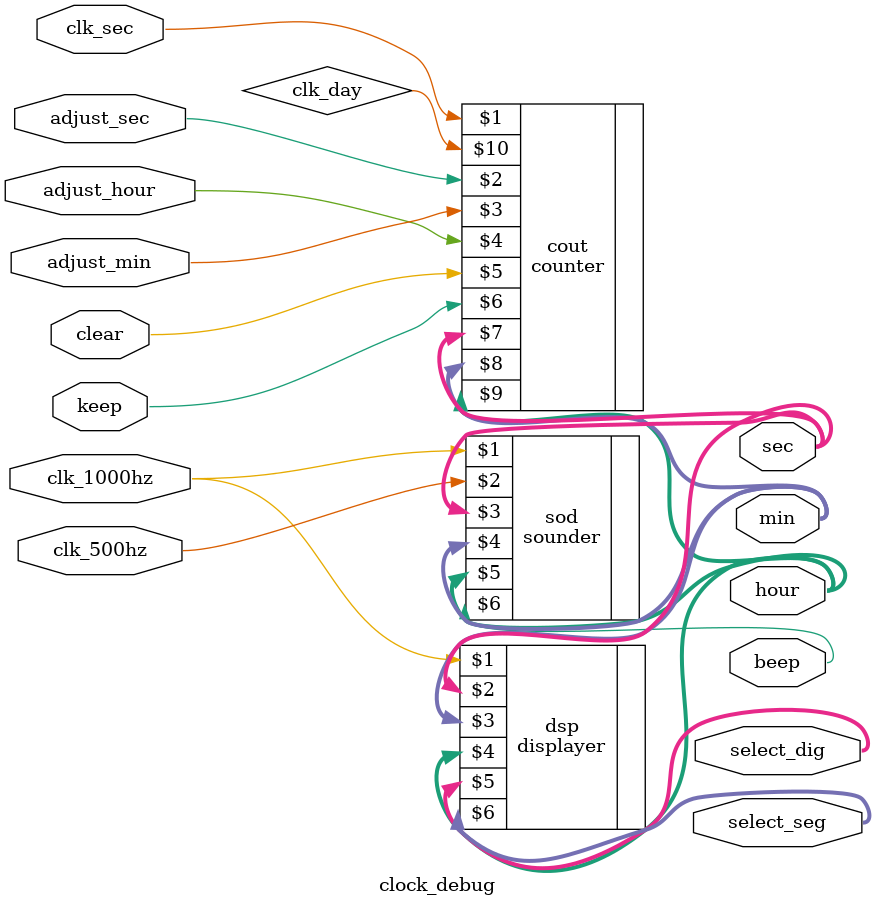
<source format=v>
module clock_debug(
	
	input clk_sec,
	input clk_500hz,
	input clk_1000hz,
	
	//input clk_48mhz, // system clock signal 
	input adjust_sec,
	input adjust_min,
	input adjust_hour,
	input clear,
	input keep,
	output [7:0] select_dig,
	output [7:0] select_seg,
	output beep,
	output [5:0] sec,
	output [5:0] min,
	output [5:0] hour
);

/*
wire [5:0] sec;
wire [5:0] min;
wire [5:0] hour;
*/
//wire clk_1000hz, clk_500hz, clk_sec;


wire clk_day;


//divs ds(clk_48mhz, , clk_1000hz, clk_500hz, clk_sec);
//divs_reduced ds(clk_48mhz, , clk_1000hz, clk_500hz, clk_sec);
counter cout(clk_sec, adjust_sec, adjust_min, adjust_hour, clear, keep, sec, min, hour, clk_day);
displayer dsp(clk_1000hz, sec, min, hour, select_dig, select_seg);
sounder sod(clk_1000hz, clk_500hz, sec, min, hour, beep);

endmodule
</source>
